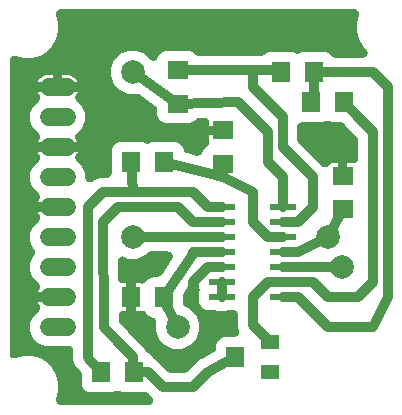
<source format=gbr>
G04 EAGLE Gerber RS-274X export*
G75*
%MOMM*%
%FSLAX34Y34*%
%LPD*%
%INTop Copper*%
%IPPOS*%
%AMOC8*
5,1,8,0,0,1.08239X$1,22.5*%
G01*
%ADD10R,2.200000X0.600000*%
%ADD11C,1.524000*%
%ADD12R,1.600000X1.803000*%
%ADD13R,1.803000X1.600000*%
%ADD14R,1.600000X1.300000*%
%ADD15R,1.600000X1.800000*%
%ADD16R,1.800000X1.600000*%
%ADD17C,0.812800*%
%ADD18C,2.000000*%

G36*
X128002Y10169D02*
X128002Y10169D01*
X128117Y10167D01*
X128285Y10189D01*
X128455Y10201D01*
X128568Y10225D01*
X128682Y10239D01*
X128846Y10284D01*
X129012Y10320D01*
X129120Y10359D01*
X129232Y10390D01*
X129388Y10457D01*
X129547Y10516D01*
X129649Y10570D01*
X129755Y10616D01*
X129900Y10704D01*
X130050Y10784D01*
X130143Y10852D01*
X130241Y10912D01*
X130372Y11020D01*
X130510Y11121D01*
X130592Y11201D01*
X130681Y11274D01*
X130796Y11399D01*
X130918Y11518D01*
X130988Y11609D01*
X131066Y11694D01*
X131163Y11834D01*
X131267Y11969D01*
X131324Y12069D01*
X131389Y12164D01*
X131464Y12316D01*
X131549Y12464D01*
X131591Y12571D01*
X131643Y12674D01*
X131696Y12835D01*
X131759Y12993D01*
X131786Y13106D01*
X131822Y13215D01*
X131853Y13382D01*
X131893Y13547D01*
X131904Y13662D01*
X131925Y13775D01*
X131932Y13945D01*
X131948Y14114D01*
X131943Y14229D01*
X131948Y14345D01*
X131931Y14514D01*
X131924Y14684D01*
X131903Y14797D01*
X131891Y14911D01*
X131851Y15077D01*
X131820Y15244D01*
X131783Y15353D01*
X131756Y15465D01*
X131693Y15623D01*
X131638Y15784D01*
X131587Y15887D01*
X131544Y15994D01*
X131459Y16141D01*
X131383Y16293D01*
X131318Y16388D01*
X131261Y16488D01*
X131187Y16577D01*
X131059Y16762D01*
X130835Y17006D01*
X130760Y17097D01*
X128091Y19766D01*
X128045Y19806D01*
X128004Y19850D01*
X127830Y19992D01*
X127661Y20140D01*
X127610Y20173D01*
X127563Y20211D01*
X127371Y20328D01*
X127182Y20450D01*
X127128Y20475D01*
X127076Y20506D01*
X126870Y20595D01*
X126666Y20690D01*
X126608Y20707D01*
X126552Y20731D01*
X126336Y20789D01*
X126120Y20855D01*
X126060Y20864D01*
X126002Y20880D01*
X125885Y20891D01*
X125557Y20942D01*
X125332Y20945D01*
X125218Y20956D01*
X106203Y20956D01*
X103155Y22219D01*
X103098Y22238D01*
X103043Y22263D01*
X102828Y22328D01*
X102615Y22399D01*
X102555Y22410D01*
X102497Y22428D01*
X102275Y22462D01*
X102054Y22503D01*
X101994Y22505D01*
X101934Y22514D01*
X101709Y22517D01*
X101485Y22527D01*
X101425Y22521D01*
X101364Y22521D01*
X101142Y22493D01*
X100918Y22471D01*
X100859Y22456D01*
X100799Y22448D01*
X100687Y22414D01*
X100364Y22336D01*
X100155Y22252D01*
X100045Y22219D01*
X96997Y20956D01*
X77763Y20956D01*
X74775Y22194D01*
X72489Y24480D01*
X71251Y27468D01*
X71251Y36605D01*
X71237Y36802D01*
X71232Y37000D01*
X71217Y37086D01*
X71211Y37174D01*
X71170Y37367D01*
X71137Y37561D01*
X71111Y37645D01*
X71092Y37731D01*
X71024Y37916D01*
X70965Y38104D01*
X70927Y38183D01*
X70896Y38266D01*
X70803Y38440D01*
X70718Y38618D01*
X70678Y38674D01*
X70628Y38768D01*
X70291Y39228D01*
X70273Y39247D01*
X70263Y39262D01*
X68882Y40860D01*
X68747Y40995D01*
X68680Y41077D01*
X65864Y43893D01*
X64007Y48375D01*
X64007Y56388D01*
X63991Y56617D01*
X63981Y56848D01*
X63971Y56902D01*
X63967Y56956D01*
X63919Y57182D01*
X63877Y57408D01*
X63860Y57460D01*
X63848Y57514D01*
X63769Y57730D01*
X63696Y57948D01*
X63671Y57997D01*
X63652Y58049D01*
X63544Y58252D01*
X63441Y58457D01*
X63410Y58503D01*
X63384Y58551D01*
X63248Y58737D01*
X63117Y58926D01*
X63080Y58967D01*
X63047Y59011D01*
X62887Y59176D01*
X62731Y59345D01*
X62688Y59380D01*
X62650Y59419D01*
X62468Y59560D01*
X62290Y59706D01*
X62242Y59734D01*
X62199Y59768D01*
X61999Y59882D01*
X61802Y60001D01*
X61752Y60023D01*
X61704Y60050D01*
X61490Y60135D01*
X61279Y60226D01*
X61226Y60240D01*
X61175Y60260D01*
X60950Y60315D01*
X60729Y60375D01*
X60685Y60379D01*
X60621Y60395D01*
X60054Y60450D01*
X59988Y60447D01*
X59944Y60451D01*
X40047Y60451D01*
X34259Y62849D01*
X29829Y67279D01*
X27431Y73067D01*
X27431Y79333D01*
X29829Y85121D01*
X34768Y90060D01*
X34897Y90208D01*
X35032Y90351D01*
X35083Y90423D01*
X35142Y90490D01*
X35248Y90655D01*
X35362Y90815D01*
X35403Y90894D01*
X35452Y90968D01*
X35534Y91147D01*
X35625Y91321D01*
X35654Y91405D01*
X35691Y91485D01*
X35748Y91673D01*
X35813Y91858D01*
X35831Y91946D01*
X35857Y92031D01*
X35887Y92225D01*
X35925Y92417D01*
X35930Y92506D01*
X35944Y92594D01*
X35947Y92790D01*
X35958Y92986D01*
X35950Y93075D01*
X35952Y93163D01*
X35927Y93358D01*
X35911Y93554D01*
X35891Y93640D01*
X35880Y93729D01*
X35828Y93918D01*
X35784Y94109D01*
X35753Y94192D01*
X35729Y94278D01*
X35651Y94459D01*
X35581Y94642D01*
X35546Y94702D01*
X35503Y94801D01*
X35207Y95288D01*
X35191Y95307D01*
X35182Y95322D01*
X34490Y96275D01*
X33847Y97537D01*
X50800Y97537D01*
X51029Y97553D01*
X51259Y97563D01*
X51313Y97573D01*
X51368Y97577D01*
X51593Y97625D01*
X51819Y97667D01*
X51872Y97684D01*
X51925Y97696D01*
X52141Y97775D01*
X52360Y97848D01*
X52409Y97873D01*
X52460Y97891D01*
X52663Y98000D01*
X52869Y98103D01*
X52914Y98134D01*
X52963Y98160D01*
X53148Y98296D01*
X53338Y98427D01*
X53378Y98464D01*
X53423Y98497D01*
X53587Y98657D01*
X53757Y98813D01*
X53792Y98856D01*
X53831Y98894D01*
X53972Y99076D01*
X54118Y99254D01*
X54146Y99301D01*
X54180Y99345D01*
X54294Y99545D01*
X54413Y99741D01*
X54435Y99792D01*
X54462Y99840D01*
X54547Y100054D01*
X54637Y100265D01*
X54652Y100318D01*
X54672Y100369D01*
X54726Y100594D01*
X54786Y100815D01*
X54791Y100859D01*
X54806Y100923D01*
X54861Y101490D01*
X54859Y101556D01*
X54863Y101600D01*
X54847Y101830D01*
X54837Y102060D01*
X54827Y102114D01*
X54823Y102169D01*
X54775Y102394D01*
X54733Y102620D01*
X54715Y102672D01*
X54704Y102726D01*
X54625Y102942D01*
X54552Y103160D01*
X54527Y103209D01*
X54508Y103261D01*
X54399Y103464D01*
X54296Y103670D01*
X54265Y103715D01*
X54239Y103763D01*
X54104Y103949D01*
X53973Y104138D01*
X53935Y104179D01*
X53903Y104223D01*
X53743Y104388D01*
X53586Y104557D01*
X53544Y104592D01*
X53505Y104631D01*
X53324Y104772D01*
X53145Y104918D01*
X53098Y104947D01*
X53055Y104980D01*
X52855Y105094D01*
X52658Y105213D01*
X52608Y105235D01*
X52560Y105262D01*
X52345Y105348D01*
X52134Y105438D01*
X52082Y105452D01*
X52030Y105473D01*
X51806Y105527D01*
X51584Y105587D01*
X51540Y105591D01*
X51476Y105607D01*
X50909Y105662D01*
X50844Y105659D01*
X50800Y105663D01*
X33847Y105663D01*
X34490Y106925D01*
X35182Y107878D01*
X35286Y108045D01*
X35397Y108207D01*
X35437Y108286D01*
X35484Y108362D01*
X35564Y108541D01*
X35651Y108717D01*
X35679Y108801D01*
X35715Y108882D01*
X35769Y109071D01*
X35831Y109257D01*
X35847Y109345D01*
X35871Y109430D01*
X35898Y109625D01*
X35933Y109818D01*
X35937Y109907D01*
X35949Y109995D01*
X35948Y110191D01*
X35956Y110387D01*
X35948Y110476D01*
X35947Y110565D01*
X35919Y110759D01*
X35900Y110954D01*
X35878Y111041D01*
X35866Y111129D01*
X35811Y111317D01*
X35764Y111508D01*
X35731Y111590D01*
X35706Y111676D01*
X35625Y111854D01*
X35552Y112037D01*
X35508Y112114D01*
X35472Y112195D01*
X35367Y112361D01*
X35269Y112531D01*
X35225Y112585D01*
X35167Y112676D01*
X34797Y113110D01*
X34779Y113126D01*
X34768Y113140D01*
X29829Y118079D01*
X27431Y123867D01*
X27431Y130133D01*
X29829Y135921D01*
X30735Y136827D01*
X30886Y137001D01*
X31041Y137170D01*
X31072Y137216D01*
X31108Y137257D01*
X31234Y137450D01*
X31364Y137640D01*
X31388Y137689D01*
X31418Y137735D01*
X31515Y137944D01*
X31618Y138150D01*
X31635Y138202D01*
X31658Y138252D01*
X31725Y138473D01*
X31798Y138691D01*
X31807Y138745D01*
X31823Y138797D01*
X31859Y139025D01*
X31900Y139251D01*
X31902Y139306D01*
X31911Y139360D01*
X31914Y139590D01*
X31923Y139821D01*
X31918Y139875D01*
X31918Y139930D01*
X31889Y140158D01*
X31866Y140387D01*
X31853Y140441D01*
X31846Y140495D01*
X31785Y140717D01*
X31731Y140941D01*
X31710Y140992D01*
X31696Y141045D01*
X31605Y141256D01*
X31519Y141470D01*
X31492Y141518D01*
X31470Y141568D01*
X31350Y141764D01*
X31236Y141964D01*
X31207Y141999D01*
X31173Y142054D01*
X30811Y142494D01*
X30763Y142539D01*
X30735Y142573D01*
X29829Y143479D01*
X27431Y149267D01*
X27431Y155533D01*
X29829Y161321D01*
X34768Y166260D01*
X34897Y166408D01*
X35032Y166551D01*
X35083Y166623D01*
X35142Y166690D01*
X35248Y166855D01*
X35362Y167015D01*
X35403Y167094D01*
X35452Y167168D01*
X35534Y167347D01*
X35625Y167521D01*
X35654Y167605D01*
X35691Y167685D01*
X35748Y167873D01*
X35813Y168058D01*
X35831Y168146D01*
X35857Y168231D01*
X35887Y168425D01*
X35925Y168617D01*
X35930Y168706D01*
X35944Y168794D01*
X35947Y168990D01*
X35958Y169186D01*
X35950Y169275D01*
X35952Y169363D01*
X35927Y169558D01*
X35911Y169754D01*
X35891Y169840D01*
X35880Y169929D01*
X35828Y170118D01*
X35784Y170309D01*
X35753Y170392D01*
X35729Y170478D01*
X35651Y170659D01*
X35581Y170842D01*
X35546Y170902D01*
X35503Y171001D01*
X35207Y171488D01*
X35191Y171507D01*
X35182Y171522D01*
X34490Y172475D01*
X33847Y173737D01*
X50800Y173737D01*
X51029Y173753D01*
X51259Y173763D01*
X51313Y173773D01*
X51368Y173777D01*
X51593Y173825D01*
X51819Y173867D01*
X51872Y173884D01*
X51925Y173896D01*
X52141Y173975D01*
X52360Y174048D01*
X52409Y174073D01*
X52460Y174091D01*
X52663Y174200D01*
X52869Y174303D01*
X52914Y174334D01*
X52963Y174360D01*
X53148Y174496D01*
X53338Y174627D01*
X53378Y174664D01*
X53423Y174697D01*
X53587Y174857D01*
X53757Y175013D01*
X53792Y175056D01*
X53831Y175094D01*
X53972Y175276D01*
X54118Y175454D01*
X54146Y175501D01*
X54180Y175545D01*
X54294Y175745D01*
X54413Y175941D01*
X54435Y175992D01*
X54462Y176040D01*
X54547Y176254D01*
X54637Y176465D01*
X54652Y176518D01*
X54672Y176569D01*
X54726Y176794D01*
X54786Y177015D01*
X54791Y177059D01*
X54806Y177123D01*
X54861Y177690D01*
X54859Y177756D01*
X54863Y177800D01*
X54847Y178030D01*
X54837Y178260D01*
X54827Y178314D01*
X54823Y178369D01*
X54775Y178594D01*
X54733Y178820D01*
X54715Y178872D01*
X54704Y178926D01*
X54625Y179142D01*
X54552Y179360D01*
X54527Y179409D01*
X54508Y179461D01*
X54399Y179664D01*
X54296Y179870D01*
X54265Y179915D01*
X54239Y179963D01*
X54104Y180149D01*
X53973Y180338D01*
X53935Y180379D01*
X53903Y180423D01*
X53743Y180588D01*
X53586Y180757D01*
X53544Y180792D01*
X53505Y180831D01*
X53324Y180972D01*
X53145Y181118D01*
X53098Y181147D01*
X53055Y181180D01*
X52855Y181294D01*
X52658Y181413D01*
X52608Y181435D01*
X52560Y181462D01*
X52345Y181548D01*
X52134Y181638D01*
X52082Y181652D01*
X52030Y181673D01*
X51806Y181727D01*
X51584Y181787D01*
X51540Y181791D01*
X51476Y181807D01*
X50909Y181862D01*
X50844Y181859D01*
X50800Y181863D01*
X33847Y181863D01*
X34490Y183125D01*
X35182Y184078D01*
X35286Y184245D01*
X35397Y184407D01*
X35437Y184486D01*
X35484Y184562D01*
X35564Y184741D01*
X35651Y184917D01*
X35679Y185001D01*
X35715Y185082D01*
X35769Y185271D01*
X35831Y185457D01*
X35847Y185545D01*
X35871Y185630D01*
X35898Y185825D01*
X35933Y186018D01*
X35937Y186107D01*
X35949Y186195D01*
X35948Y186391D01*
X35956Y186587D01*
X35948Y186676D01*
X35947Y186765D01*
X35919Y186959D01*
X35900Y187154D01*
X35878Y187241D01*
X35866Y187329D01*
X35811Y187517D01*
X35764Y187708D01*
X35731Y187790D01*
X35706Y187876D01*
X35625Y188054D01*
X35552Y188237D01*
X35508Y188314D01*
X35472Y188395D01*
X35367Y188561D01*
X35269Y188731D01*
X35225Y188785D01*
X35167Y188876D01*
X34797Y189310D01*
X34779Y189326D01*
X34768Y189340D01*
X29829Y194279D01*
X27431Y200067D01*
X27431Y206333D01*
X29829Y212121D01*
X34768Y217060D01*
X34897Y217208D01*
X35032Y217351D01*
X35083Y217423D01*
X35142Y217490D01*
X35248Y217655D01*
X35362Y217815D01*
X35403Y217894D01*
X35452Y217968D01*
X35534Y218147D01*
X35625Y218321D01*
X35654Y218405D01*
X35691Y218485D01*
X35748Y218673D01*
X35813Y218858D01*
X35831Y218946D01*
X35857Y219031D01*
X35887Y219225D01*
X35925Y219417D01*
X35930Y219506D01*
X35944Y219594D01*
X35947Y219790D01*
X35958Y219986D01*
X35950Y220075D01*
X35952Y220163D01*
X35927Y220358D01*
X35911Y220554D01*
X35891Y220640D01*
X35880Y220729D01*
X35828Y220918D01*
X35784Y221109D01*
X35753Y221192D01*
X35729Y221278D01*
X35651Y221459D01*
X35581Y221642D01*
X35546Y221702D01*
X35503Y221801D01*
X35207Y222288D01*
X35191Y222307D01*
X35182Y222322D01*
X34490Y223275D01*
X33847Y224537D01*
X50800Y224537D01*
X67753Y224537D01*
X67110Y223275D01*
X66418Y222322D01*
X66314Y222155D01*
X66203Y221993D01*
X66163Y221914D01*
X66116Y221838D01*
X66036Y221659D01*
X65949Y221483D01*
X65921Y221399D01*
X65885Y221318D01*
X65831Y221129D01*
X65769Y220943D01*
X65753Y220855D01*
X65729Y220770D01*
X65702Y220575D01*
X65667Y220382D01*
X65663Y220293D01*
X65651Y220205D01*
X65652Y220009D01*
X65644Y219813D01*
X65652Y219724D01*
X65653Y219635D01*
X65681Y219441D01*
X65700Y219246D01*
X65722Y219159D01*
X65734Y219071D01*
X65789Y218883D01*
X65836Y218692D01*
X65869Y218610D01*
X65894Y218524D01*
X65975Y218346D01*
X66048Y218163D01*
X66092Y218086D01*
X66128Y218005D01*
X66233Y217839D01*
X66331Y217669D01*
X66375Y217615D01*
X66433Y217524D01*
X66803Y217090D01*
X66821Y217074D01*
X66832Y217060D01*
X71771Y212121D01*
X74169Y206333D01*
X74169Y202821D01*
X74177Y202706D01*
X74175Y202591D01*
X74197Y202423D01*
X74209Y202253D01*
X74233Y202140D01*
X74247Y202026D01*
X74292Y201862D01*
X74328Y201696D01*
X74367Y201588D01*
X74398Y201476D01*
X74465Y201321D01*
X74524Y201161D01*
X74578Y201059D01*
X74624Y200953D01*
X74712Y200808D01*
X74792Y200658D01*
X74860Y200565D01*
X74920Y200467D01*
X75028Y200336D01*
X75129Y200198D01*
X75209Y200116D01*
X75282Y200027D01*
X75407Y199912D01*
X75526Y199790D01*
X75617Y199720D01*
X75702Y199642D01*
X75843Y199545D01*
X75977Y199441D01*
X76077Y199384D01*
X76172Y199319D01*
X76324Y199243D01*
X76472Y199159D01*
X76579Y199117D01*
X76682Y199065D01*
X76843Y199012D01*
X77001Y198949D01*
X77114Y198922D01*
X77223Y198886D01*
X77390Y198855D01*
X77555Y198815D01*
X77670Y198804D01*
X77783Y198783D01*
X77953Y198776D01*
X78122Y198760D01*
X78237Y198765D01*
X78353Y198760D01*
X78522Y198777D01*
X78692Y198784D01*
X78805Y198805D01*
X78920Y198817D01*
X79085Y198857D01*
X79252Y198888D01*
X79361Y198925D01*
X79473Y198952D01*
X79631Y199015D01*
X79792Y199070D01*
X79895Y199121D01*
X80002Y199164D01*
X80149Y199248D01*
X80301Y199325D01*
X80396Y199390D01*
X80496Y199448D01*
X80585Y199521D01*
X80770Y199649D01*
X81014Y199874D01*
X81105Y199948D01*
X81993Y200836D01*
X86475Y202693D01*
X92588Y202693D01*
X92817Y202709D01*
X93048Y202719D01*
X93102Y202729D01*
X93156Y202733D01*
X93382Y202781D01*
X93608Y202823D01*
X93660Y202840D01*
X93714Y202852D01*
X93930Y202931D01*
X94148Y203004D01*
X94197Y203029D01*
X94249Y203048D01*
X94452Y203156D01*
X94657Y203259D01*
X94703Y203290D01*
X94751Y203316D01*
X94937Y203452D01*
X95126Y203583D01*
X95167Y203620D01*
X95211Y203653D01*
X95376Y203813D01*
X95545Y203969D01*
X95580Y204012D01*
X95619Y204050D01*
X95760Y204232D01*
X95906Y204410D01*
X95934Y204458D01*
X95968Y204501D01*
X96082Y204701D01*
X96201Y204898D01*
X96223Y204948D01*
X96250Y204996D01*
X96335Y205210D01*
X96426Y205421D01*
X96440Y205474D01*
X96460Y205525D01*
X96515Y205750D01*
X96575Y205971D01*
X96579Y206015D01*
X96595Y206079D01*
X96650Y206646D01*
X96647Y206712D01*
X96651Y206756D01*
X96651Y226532D01*
X97889Y229520D01*
X100175Y231806D01*
X103163Y233044D01*
X122397Y233044D01*
X125445Y231781D01*
X125502Y231762D01*
X125557Y231737D01*
X125772Y231672D01*
X125985Y231601D01*
X126045Y231590D01*
X126103Y231572D01*
X126325Y231538D01*
X126546Y231497D01*
X126606Y231495D01*
X126666Y231486D01*
X126891Y231483D01*
X127115Y231473D01*
X127175Y231479D01*
X127236Y231479D01*
X127458Y231507D01*
X127682Y231529D01*
X127741Y231544D01*
X127801Y231552D01*
X127913Y231586D01*
X128236Y231664D01*
X128445Y231748D01*
X128555Y231781D01*
X131603Y233044D01*
X150837Y233044D01*
X153825Y231806D01*
X156111Y229520D01*
X156734Y228017D01*
X156734Y228016D01*
X157592Y225946D01*
X157619Y225891D01*
X157640Y225834D01*
X157746Y225637D01*
X157846Y225436D01*
X157881Y225386D01*
X157909Y225332D01*
X158042Y225152D01*
X158169Y224967D01*
X158210Y224922D01*
X158246Y224873D01*
X158403Y224712D01*
X158555Y224547D01*
X158602Y224509D01*
X158644Y224465D01*
X158822Y224328D01*
X158996Y224186D01*
X159047Y224154D01*
X159095Y224117D01*
X159291Y224006D01*
X159482Y223890D01*
X159538Y223866D01*
X159591Y223836D01*
X159701Y223795D01*
X160006Y223665D01*
X160223Y223605D01*
X160332Y223566D01*
X168521Y221455D01*
X168747Y221414D01*
X168972Y221366D01*
X169027Y221362D01*
X169082Y221352D01*
X169311Y221343D01*
X169541Y221327D01*
X169596Y221331D01*
X169651Y221328D01*
X169880Y221351D01*
X170109Y221367D01*
X170163Y221379D01*
X170218Y221384D01*
X170442Y221439D01*
X170666Y221487D01*
X170718Y221506D01*
X170772Y221519D01*
X170986Y221605D01*
X171201Y221684D01*
X171249Y221710D01*
X171301Y221730D01*
X171501Y221845D01*
X171703Y221953D01*
X171747Y221986D01*
X171795Y222013D01*
X171977Y222154D01*
X172162Y222290D01*
X172202Y222329D01*
X172246Y222363D01*
X172406Y222528D01*
X172570Y222688D01*
X172604Y222732D01*
X172642Y222772D01*
X172778Y222957D01*
X172918Y223139D01*
X172939Y223179D01*
X172978Y223232D01*
X173246Y223735D01*
X173268Y223796D01*
X173289Y223835D01*
X174594Y226985D01*
X176893Y229284D01*
X177039Y229367D01*
X177190Y229443D01*
X177286Y229509D01*
X177387Y229567D01*
X177520Y229670D01*
X177659Y229766D01*
X177745Y229845D01*
X177837Y229916D01*
X177954Y230037D01*
X178079Y230152D01*
X178153Y230242D01*
X178234Y230325D01*
X178333Y230462D01*
X178440Y230592D01*
X178501Y230692D01*
X178569Y230786D01*
X178648Y230935D01*
X178736Y231079D01*
X178782Y231186D01*
X178837Y231289D01*
X178894Y231447D01*
X178961Y231602D01*
X178992Y231715D01*
X179032Y231824D01*
X179067Y231990D01*
X179111Y232152D01*
X179125Y232268D01*
X179150Y232382D01*
X179161Y232550D01*
X179182Y232717D01*
X179180Y232834D01*
X179188Y232950D01*
X179177Y233064D01*
X179174Y233287D01*
X179122Y233619D01*
X179110Y233735D01*
X178944Y234570D01*
X178944Y238757D01*
X190500Y238757D01*
X190729Y238773D01*
X190959Y238783D01*
X191013Y238793D01*
X191068Y238797D01*
X191293Y238845D01*
X191519Y238887D01*
X191572Y238904D01*
X191625Y238916D01*
X191841Y238995D01*
X192060Y239068D01*
X192109Y239093D01*
X192160Y239111D01*
X192363Y239220D01*
X192569Y239323D01*
X192614Y239354D01*
X192663Y239380D01*
X192848Y239516D01*
X193038Y239647D01*
X193078Y239684D01*
X193123Y239717D01*
X193287Y239877D01*
X193457Y240033D01*
X193492Y240076D01*
X193531Y240114D01*
X193672Y240296D01*
X193818Y240474D01*
X193846Y240521D01*
X193880Y240565D01*
X193994Y240765D01*
X194113Y240961D01*
X194135Y241012D01*
X194162Y241060D01*
X194247Y241274D01*
X194337Y241485D01*
X194352Y241538D01*
X194372Y241589D01*
X194426Y241814D01*
X194486Y242035D01*
X194491Y242079D01*
X194506Y242143D01*
X194561Y242710D01*
X194559Y242776D01*
X194563Y242820D01*
X194547Y243050D01*
X194537Y243280D01*
X194527Y243334D01*
X194523Y243389D01*
X194475Y243614D01*
X194433Y243840D01*
X194415Y243892D01*
X194404Y243946D01*
X194325Y244162D01*
X194252Y244380D01*
X194227Y244429D01*
X194208Y244481D01*
X194099Y244684D01*
X193996Y244890D01*
X193965Y244935D01*
X193939Y244983D01*
X193804Y245169D01*
X193673Y245358D01*
X193635Y245399D01*
X193603Y245443D01*
X193443Y245608D01*
X193286Y245777D01*
X193244Y245812D01*
X193205Y245851D01*
X193024Y245992D01*
X192845Y246138D01*
X192798Y246167D01*
X192755Y246200D01*
X192555Y246314D01*
X192358Y246433D01*
X192308Y246455D01*
X192260Y246482D01*
X192045Y246568D01*
X191834Y246658D01*
X191782Y246672D01*
X191730Y246693D01*
X191506Y246747D01*
X191284Y246807D01*
X191240Y246811D01*
X191176Y246827D01*
X190609Y246882D01*
X190544Y246879D01*
X190500Y246883D01*
X178944Y246883D01*
X178944Y249589D01*
X178944Y249595D01*
X178944Y249601D01*
X178924Y249872D01*
X178904Y250158D01*
X178903Y250164D01*
X178903Y250170D01*
X178844Y250442D01*
X178785Y250715D01*
X178783Y250720D01*
X178782Y250726D01*
X178686Y250987D01*
X178589Y251250D01*
X178587Y251256D01*
X178585Y251261D01*
X178455Y251502D01*
X178321Y251753D01*
X178317Y251757D01*
X178314Y251763D01*
X178149Y251987D01*
X177984Y252212D01*
X177980Y252217D01*
X177977Y252221D01*
X177781Y252421D01*
X177587Y252621D01*
X177582Y252624D01*
X177578Y252629D01*
X177354Y252800D01*
X177136Y252969D01*
X177131Y252972D01*
X177126Y252976D01*
X176885Y253113D01*
X176641Y253252D01*
X176636Y253254D01*
X176631Y253257D01*
X176375Y253357D01*
X176112Y253462D01*
X176106Y253463D01*
X176100Y253465D01*
X175832Y253530D01*
X175558Y253596D01*
X175552Y253597D01*
X175546Y253598D01*
X175520Y253600D01*
X174991Y253651D01*
X174847Y253645D01*
X174759Y253651D01*
X170828Y253533D01*
X170827Y253533D01*
X170536Y253504D01*
X170261Y253476D01*
X170260Y253476D01*
X170013Y253416D01*
X169708Y253341D01*
X169707Y253341D01*
X169484Y253251D01*
X169179Y253129D01*
X169178Y253129D01*
X168939Y252992D01*
X168685Y252846D01*
X168684Y252845D01*
X168234Y252495D01*
X168140Y252398D01*
X168076Y252345D01*
X166020Y250289D01*
X163032Y249051D01*
X141768Y249051D01*
X138780Y250289D01*
X136494Y252575D01*
X135256Y255563D01*
X135256Y260260D01*
X135248Y260381D01*
X135249Y260502D01*
X135228Y260664D01*
X135216Y260828D01*
X135191Y260947D01*
X135175Y261067D01*
X135132Y261225D01*
X135097Y261385D01*
X135056Y261499D01*
X135023Y261616D01*
X134958Y261766D01*
X134901Y261920D01*
X134844Y262027D01*
X134796Y262138D01*
X134710Y262278D01*
X134633Y262423D01*
X134561Y262521D01*
X134498Y262624D01*
X134393Y262750D01*
X134296Y262883D01*
X134212Y262970D01*
X134134Y263063D01*
X134049Y263137D01*
X133899Y263291D01*
X133625Y263503D01*
X133538Y263578D01*
X119882Y273227D01*
X119672Y273354D01*
X119396Y273521D01*
X119396Y273522D01*
X119395Y273522D01*
X119102Y273647D01*
X118872Y273746D01*
X118871Y273746D01*
X118552Y273833D01*
X118322Y273895D01*
X118321Y273895D01*
X117756Y273965D01*
X117621Y273963D01*
X117538Y273971D01*
X110694Y273971D01*
X104031Y276731D01*
X98931Y281831D01*
X96171Y288494D01*
X96171Y295706D01*
X98931Y302369D01*
X104031Y307469D01*
X110694Y310229D01*
X117906Y310229D01*
X124569Y307469D01*
X129066Y302972D01*
X129196Y302859D01*
X129320Y302739D01*
X129411Y302672D01*
X129496Y302599D01*
X129641Y302505D01*
X129780Y302403D01*
X129879Y302350D01*
X129974Y302289D01*
X130131Y302216D01*
X130283Y302135D01*
X130389Y302096D01*
X130491Y302049D01*
X130656Y301999D01*
X130818Y301940D01*
X130928Y301916D01*
X131036Y301884D01*
X131207Y301857D01*
X131376Y301821D01*
X131488Y301814D01*
X131599Y301796D01*
X131772Y301794D01*
X131944Y301782D01*
X132056Y301790D01*
X132169Y301789D01*
X132340Y301811D01*
X132512Y301823D01*
X132622Y301847D01*
X132734Y301861D01*
X132901Y301906D01*
X133070Y301943D01*
X133175Y301981D01*
X133284Y302011D01*
X133443Y302080D01*
X133604Y302139D01*
X133703Y302192D01*
X133807Y302237D01*
X133954Y302327D01*
X134106Y302409D01*
X134197Y302475D01*
X134293Y302534D01*
X134427Y302644D01*
X134566Y302746D01*
X134646Y302824D01*
X134733Y302896D01*
X134850Y303023D01*
X134974Y303144D01*
X135043Y303233D01*
X135118Y303316D01*
X135216Y303458D01*
X135322Y303595D01*
X135362Y303670D01*
X135441Y303785D01*
X135687Y304280D01*
X135693Y304291D01*
X135695Y304295D01*
X135695Y304296D01*
X136494Y306225D01*
X138780Y308511D01*
X141768Y309749D01*
X163032Y309749D01*
X166020Y308511D01*
X167528Y307003D01*
X167574Y306963D01*
X167614Y306919D01*
X167788Y306777D01*
X167958Y306629D01*
X168009Y306596D01*
X168055Y306558D01*
X168248Y306441D01*
X168436Y306319D01*
X168491Y306294D01*
X168543Y306263D01*
X168749Y306174D01*
X168953Y306079D01*
X169011Y306062D01*
X169066Y306038D01*
X169283Y305980D01*
X169498Y305914D01*
X169558Y305905D01*
X169616Y305889D01*
X169733Y305878D01*
X170061Y305827D01*
X170286Y305824D01*
X170401Y305813D01*
X223299Y305813D01*
X223359Y305817D01*
X223419Y305815D01*
X223643Y305837D01*
X223867Y305853D01*
X223926Y305865D01*
X223986Y305871D01*
X224205Y305925D01*
X224425Y305972D01*
X224481Y305992D01*
X224540Y306007D01*
X224749Y306090D01*
X224960Y306168D01*
X225013Y306196D01*
X225069Y306218D01*
X225264Y306330D01*
X225462Y306436D01*
X225511Y306472D01*
X225563Y306502D01*
X225654Y306577D01*
X225922Y306773D01*
X226083Y306930D01*
X226172Y307003D01*
X227175Y308006D01*
X230163Y309244D01*
X249397Y309244D01*
X252445Y307981D01*
X252502Y307962D01*
X252557Y307937D01*
X252772Y307872D01*
X252985Y307801D01*
X253045Y307790D01*
X253103Y307772D01*
X253325Y307738D01*
X253546Y307697D01*
X253606Y307695D01*
X253666Y307686D01*
X253891Y307683D01*
X254115Y307673D01*
X254175Y307679D01*
X254236Y307679D01*
X254458Y307707D01*
X254682Y307729D01*
X254741Y307744D01*
X254801Y307752D01*
X254913Y307786D01*
X255236Y307864D01*
X255445Y307948D01*
X255555Y307981D01*
X258603Y309244D01*
X277837Y309244D01*
X280825Y308006D01*
X283348Y305483D01*
X283394Y305443D01*
X283434Y305399D01*
X283608Y305257D01*
X283778Y305109D01*
X283829Y305076D01*
X283875Y305038D01*
X284068Y304921D01*
X284256Y304799D01*
X284311Y304774D01*
X284363Y304743D01*
X284569Y304654D01*
X284773Y304559D01*
X284831Y304542D01*
X284886Y304518D01*
X285103Y304460D01*
X285318Y304394D01*
X285378Y304385D01*
X285436Y304369D01*
X285553Y304358D01*
X285881Y304307D01*
X286106Y304304D01*
X286221Y304293D01*
X309301Y304293D01*
X309416Y304301D01*
X309531Y304299D01*
X309700Y304321D01*
X309869Y304333D01*
X309982Y304357D01*
X310096Y304371D01*
X310260Y304416D01*
X310426Y304452D01*
X310535Y304491D01*
X310646Y304522D01*
X310802Y304589D01*
X310962Y304648D01*
X311063Y304702D01*
X311169Y304748D01*
X311314Y304836D01*
X311464Y304916D01*
X311557Y304984D01*
X311655Y305044D01*
X311787Y305152D01*
X311924Y305253D01*
X312006Y305333D01*
X312095Y305406D01*
X312210Y305532D01*
X312332Y305650D01*
X312403Y305741D01*
X312481Y305826D01*
X312577Y305966D01*
X312681Y306101D01*
X312738Y306201D01*
X312803Y306296D01*
X312879Y306448D01*
X312963Y306596D01*
X313006Y306703D01*
X313057Y306806D01*
X313110Y306967D01*
X313173Y307125D01*
X313200Y307238D01*
X313237Y307347D01*
X313267Y307514D01*
X313307Y307679D01*
X313319Y307794D01*
X313339Y307907D01*
X313346Y308077D01*
X313363Y308246D01*
X313358Y308361D01*
X313362Y308477D01*
X313345Y308646D01*
X313338Y308816D01*
X313317Y308929D01*
X313306Y309044D01*
X313265Y309209D01*
X313234Y309376D01*
X313197Y309485D01*
X313170Y309597D01*
X313107Y309755D01*
X313053Y309916D01*
X313001Y310019D01*
X312958Y310126D01*
X312874Y310273D01*
X312798Y310425D01*
X312732Y310520D01*
X312675Y310620D01*
X312602Y310709D01*
X312474Y310894D01*
X312249Y311138D01*
X312174Y311229D01*
X309266Y314137D01*
X305822Y320102D01*
X304039Y326756D01*
X304039Y333644D01*
X305802Y340224D01*
X305839Y340412D01*
X305884Y340599D01*
X305893Y340692D01*
X305911Y340784D01*
X305921Y340975D01*
X305939Y341166D01*
X305935Y341260D01*
X305940Y341353D01*
X305923Y341544D01*
X305915Y341736D01*
X305898Y341827D01*
X305890Y341920D01*
X305846Y342107D01*
X305811Y342296D01*
X305781Y342384D01*
X305760Y342475D01*
X305691Y342654D01*
X305630Y342836D01*
X305588Y342919D01*
X305554Y343006D01*
X305460Y343174D01*
X305374Y343345D01*
X305321Y343422D01*
X305276Y343504D01*
X305160Y343656D01*
X305051Y343814D01*
X304987Y343883D01*
X304931Y343957D01*
X304794Y344092D01*
X304664Y344233D01*
X304592Y344292D01*
X304526Y344358D01*
X304372Y344472D01*
X304223Y344594D01*
X304143Y344642D01*
X304069Y344698D01*
X303900Y344790D01*
X303736Y344889D01*
X303650Y344926D01*
X303568Y344971D01*
X303389Y345038D01*
X303212Y345114D01*
X303122Y345138D01*
X303035Y345171D01*
X302847Y345213D01*
X302662Y345263D01*
X302590Y345270D01*
X302479Y345295D01*
X301911Y345339D01*
X301891Y345338D01*
X301878Y345339D01*
X53722Y345339D01*
X53531Y345326D01*
X53339Y345321D01*
X53247Y345306D01*
X53154Y345299D01*
X52966Y345259D01*
X52777Y345228D01*
X52688Y345200D01*
X52597Y345180D01*
X52416Y345114D01*
X52234Y345057D01*
X52150Y345017D01*
X52062Y344984D01*
X51892Y344894D01*
X51719Y344811D01*
X51642Y344760D01*
X51559Y344716D01*
X51404Y344602D01*
X51244Y344496D01*
X51175Y344434D01*
X51099Y344379D01*
X50962Y344245D01*
X50818Y344118D01*
X50758Y344047D01*
X50691Y343982D01*
X50573Y343830D01*
X50449Y343684D01*
X50399Y343605D01*
X50342Y343531D01*
X50247Y343365D01*
X50145Y343202D01*
X50106Y343117D01*
X50060Y343036D01*
X49989Y342858D01*
X49910Y342683D01*
X49884Y342593D01*
X49850Y342507D01*
X49805Y342320D01*
X49751Y342136D01*
X49738Y342044D01*
X49716Y341953D01*
X49697Y341762D01*
X49670Y341572D01*
X49670Y341479D01*
X49661Y341386D01*
X49669Y341194D01*
X49668Y341002D01*
X49680Y340931D01*
X49685Y340816D01*
X49789Y340256D01*
X49795Y340238D01*
X49798Y340224D01*
X51561Y333644D01*
X51561Y326756D01*
X49778Y320102D01*
X46334Y314137D01*
X41463Y309266D01*
X35498Y305822D01*
X28844Y304039D01*
X21956Y304039D01*
X15276Y305829D01*
X15088Y305866D01*
X14901Y305911D01*
X14808Y305920D01*
X14716Y305938D01*
X14525Y305948D01*
X14334Y305966D01*
X14240Y305962D01*
X14147Y305967D01*
X13956Y305950D01*
X13764Y305942D01*
X13673Y305925D01*
X13580Y305916D01*
X13393Y305873D01*
X13204Y305838D01*
X13116Y305808D01*
X13025Y305787D01*
X12846Y305717D01*
X12664Y305656D01*
X12581Y305615D01*
X12494Y305581D01*
X12326Y305487D01*
X12155Y305401D01*
X12078Y305348D01*
X11996Y305303D01*
X11844Y305187D01*
X11686Y305077D01*
X11617Y305014D01*
X11543Y304958D01*
X11408Y304821D01*
X11267Y304691D01*
X11208Y304619D01*
X11142Y304553D01*
X11028Y304399D01*
X10906Y304250D01*
X10858Y304170D01*
X10802Y304095D01*
X10710Y303927D01*
X10611Y303763D01*
X10574Y303677D01*
X10529Y303595D01*
X10462Y303415D01*
X10386Y303239D01*
X10362Y303149D01*
X10329Y303062D01*
X10287Y302874D01*
X10237Y302689D01*
X10230Y302617D01*
X10205Y302505D01*
X10161Y301937D01*
X10162Y301918D01*
X10161Y301904D01*
X10161Y53696D01*
X10174Y53504D01*
X10179Y53312D01*
X10194Y53220D01*
X10201Y53127D01*
X10241Y52939D01*
X10272Y52750D01*
X10300Y52661D01*
X10320Y52570D01*
X10386Y52390D01*
X10443Y52207D01*
X10483Y52123D01*
X10516Y52035D01*
X10606Y51865D01*
X10689Y51693D01*
X10740Y51615D01*
X10784Y51532D01*
X10898Y51378D01*
X11004Y51218D01*
X11066Y51148D01*
X11121Y51073D01*
X11255Y50935D01*
X11382Y50792D01*
X11453Y50731D01*
X11518Y50664D01*
X11670Y50547D01*
X11816Y50423D01*
X11895Y50373D01*
X11969Y50316D01*
X12135Y50221D01*
X12298Y50118D01*
X12383Y50080D01*
X12464Y50033D01*
X12642Y49963D01*
X12817Y49884D01*
X12907Y49858D01*
X12993Y49823D01*
X13180Y49778D01*
X13364Y49724D01*
X13456Y49711D01*
X13547Y49689D01*
X13738Y49670D01*
X13928Y49643D01*
X14021Y49643D01*
X14114Y49634D01*
X14306Y49642D01*
X14498Y49642D01*
X14569Y49653D01*
X14684Y49658D01*
X15244Y49762D01*
X15262Y49769D01*
X15276Y49771D01*
X21956Y51561D01*
X28844Y51561D01*
X35498Y49778D01*
X41463Y46334D01*
X46334Y41463D01*
X49778Y35498D01*
X51561Y28844D01*
X51561Y21956D01*
X49771Y15276D01*
X49734Y15088D01*
X49689Y14901D01*
X49680Y14808D01*
X49662Y14716D01*
X49652Y14525D01*
X49634Y14334D01*
X49638Y14240D01*
X49633Y14147D01*
X49650Y13956D01*
X49658Y13764D01*
X49675Y13673D01*
X49684Y13580D01*
X49727Y13393D01*
X49762Y13204D01*
X49792Y13116D01*
X49813Y13025D01*
X49883Y12846D01*
X49944Y12664D01*
X49985Y12581D01*
X50019Y12494D01*
X50113Y12326D01*
X50199Y12155D01*
X50252Y12078D01*
X50297Y11996D01*
X50413Y11844D01*
X50523Y11686D01*
X50586Y11617D01*
X50642Y11543D01*
X50779Y11408D01*
X50909Y11267D01*
X50981Y11208D01*
X51047Y11142D01*
X51201Y11028D01*
X51350Y10906D01*
X51430Y10858D01*
X51505Y10802D01*
X51673Y10710D01*
X51837Y10611D01*
X51923Y10574D01*
X52005Y10529D01*
X52185Y10462D01*
X52361Y10386D01*
X52451Y10362D01*
X52538Y10329D01*
X52726Y10287D01*
X52911Y10237D01*
X52983Y10230D01*
X53095Y10205D01*
X53663Y10161D01*
X53682Y10162D01*
X53696Y10161D01*
X127887Y10161D01*
X128002Y10169D01*
G37*
G36*
X158427Y37597D02*
X158427Y37597D01*
X158487Y37595D01*
X158710Y37617D01*
X158935Y37633D01*
X158994Y37645D01*
X159054Y37651D01*
X159272Y37705D01*
X159492Y37752D01*
X159549Y37772D01*
X159607Y37787D01*
X159816Y37870D01*
X160027Y37948D01*
X160080Y37976D01*
X160136Y37998D01*
X160331Y38110D01*
X160530Y38216D01*
X160578Y38252D01*
X160631Y38282D01*
X160722Y38357D01*
X160989Y38553D01*
X161151Y38710D01*
X161240Y38783D01*
X168598Y46141D01*
X168787Y46359D01*
X168873Y46445D01*
X169886Y47688D01*
X169919Y47705D01*
X170086Y47811D01*
X170258Y47909D01*
X170311Y47953D01*
X170401Y48010D01*
X170835Y48379D01*
X170853Y48398D01*
X170867Y48410D01*
X170893Y48436D01*
X172375Y49050D01*
X172633Y49179D01*
X172746Y49226D01*
X183133Y54816D01*
X183203Y54860D01*
X183277Y54897D01*
X183444Y55013D01*
X183615Y55121D01*
X183678Y55174D01*
X183746Y55221D01*
X183895Y55359D01*
X184049Y55490D01*
X184104Y55551D01*
X184165Y55608D01*
X184294Y55765D01*
X184428Y55916D01*
X184473Y55984D01*
X184526Y56049D01*
X184631Y56222D01*
X184743Y56390D01*
X184778Y56465D01*
X184821Y56536D01*
X184901Y56722D01*
X184988Y56905D01*
X185013Y56983D01*
X185046Y57060D01*
X185099Y57255D01*
X185160Y57448D01*
X185173Y57530D01*
X185195Y57610D01*
X185207Y57731D01*
X185253Y58010D01*
X185260Y58274D01*
X185271Y58394D01*
X185271Y61417D01*
X186509Y64405D01*
X188795Y66691D01*
X191783Y67929D01*
X200710Y67929D01*
X200883Y67941D01*
X201055Y67943D01*
X201166Y67961D01*
X201279Y67969D01*
X201448Y68005D01*
X201618Y68031D01*
X201726Y68064D01*
X201836Y68088D01*
X201998Y68147D01*
X202163Y68197D01*
X202265Y68245D01*
X202371Y68284D01*
X202524Y68365D01*
X202680Y68438D01*
X202774Y68499D01*
X202874Y68552D01*
X203013Y68654D01*
X203158Y68748D01*
X203243Y68822D01*
X203333Y68889D01*
X203457Y69009D01*
X203587Y69123D01*
X203661Y69208D01*
X203742Y69286D01*
X203847Y69423D01*
X203961Y69553D01*
X204022Y69648D01*
X204090Y69737D01*
X204176Y69887D01*
X204270Y70032D01*
X204317Y70134D01*
X204373Y70232D01*
X204436Y70393D01*
X204509Y70549D01*
X204541Y70657D01*
X204583Y70761D01*
X204624Y70929D01*
X204673Y71095D01*
X204690Y71206D01*
X204717Y71315D01*
X204734Y71487D01*
X204760Y71658D01*
X204761Y71770D01*
X204772Y71882D01*
X204765Y72055D01*
X204767Y72228D01*
X204752Y72339D01*
X204748Y72452D01*
X204716Y72622D01*
X204694Y72793D01*
X204669Y72874D01*
X204644Y73012D01*
X204468Y73535D01*
X204464Y73547D01*
X203707Y75375D01*
X203707Y86408D01*
X203691Y86637D01*
X203681Y86868D01*
X203671Y86922D01*
X203667Y86976D01*
X203619Y87202D01*
X203577Y87428D01*
X203560Y87480D01*
X203548Y87534D01*
X203469Y87750D01*
X203396Y87968D01*
X203371Y88017D01*
X203352Y88069D01*
X203244Y88272D01*
X203141Y88477D01*
X203110Y88523D01*
X203084Y88571D01*
X202948Y88757D01*
X202817Y88946D01*
X202780Y88987D01*
X202747Y89031D01*
X202587Y89196D01*
X202431Y89365D01*
X202388Y89400D01*
X202350Y89439D01*
X202168Y89580D01*
X201990Y89726D01*
X201942Y89754D01*
X201899Y89788D01*
X201699Y89902D01*
X201502Y90021D01*
X201452Y90043D01*
X201404Y90070D01*
X201190Y90155D01*
X200979Y90246D01*
X200926Y90260D01*
X200875Y90280D01*
X200650Y90335D01*
X200429Y90395D01*
X200385Y90399D01*
X200321Y90415D01*
X199754Y90470D01*
X199688Y90467D01*
X199644Y90471D01*
X195702Y90471D01*
X195584Y90463D01*
X195467Y90464D01*
X195301Y90443D01*
X195134Y90431D01*
X195019Y90407D01*
X194902Y90392D01*
X194792Y90358D01*
X194577Y90312D01*
X194259Y90196D01*
X194147Y90162D01*
X192325Y89407D01*
X187475Y89407D01*
X185653Y90162D01*
X185541Y90199D01*
X185432Y90246D01*
X185271Y90290D01*
X185112Y90343D01*
X184996Y90364D01*
X184882Y90395D01*
X184769Y90406D01*
X184552Y90446D01*
X184214Y90460D01*
X184098Y90471D01*
X177283Y90471D01*
X174295Y91709D01*
X172009Y93995D01*
X170771Y96983D01*
X170771Y106217D01*
X170845Y106395D01*
X170864Y106453D01*
X170890Y106507D01*
X170954Y106722D01*
X171026Y106935D01*
X171037Y106995D01*
X171054Y107053D01*
X171088Y107275D01*
X171129Y107496D01*
X171131Y107556D01*
X171141Y107616D01*
X171143Y107841D01*
X171153Y108065D01*
X171147Y108125D01*
X171148Y108186D01*
X171119Y108408D01*
X171097Y108632D01*
X171082Y108691D01*
X171075Y108751D01*
X171040Y108863D01*
X170962Y109186D01*
X170879Y109395D01*
X170845Y109505D01*
X170771Y109683D01*
X170771Y111184D01*
X170754Y111431D01*
X170741Y111678D01*
X170734Y111715D01*
X170731Y111752D01*
X170680Y111994D01*
X170632Y112237D01*
X170620Y112273D01*
X170612Y112309D01*
X170527Y112542D01*
X170446Y112776D01*
X170429Y112809D01*
X170416Y112844D01*
X170299Y113064D01*
X170187Y113283D01*
X170165Y113314D01*
X170148Y113347D01*
X170002Y113546D01*
X169859Y113749D01*
X169833Y113777D01*
X169811Y113807D01*
X169639Y113984D01*
X169469Y114165D01*
X169440Y114188D01*
X169414Y114215D01*
X169218Y114367D01*
X169025Y114522D01*
X168993Y114541D01*
X168963Y114564D01*
X168748Y114686D01*
X168535Y114813D01*
X168501Y114827D01*
X168468Y114846D01*
X168237Y114938D01*
X168010Y115033D01*
X167974Y115042D01*
X167939Y115056D01*
X167697Y115115D01*
X167459Y115177D01*
X167421Y115181D01*
X167385Y115190D01*
X167138Y115214D01*
X166893Y115243D01*
X166855Y115242D01*
X166818Y115246D01*
X166570Y115235D01*
X166323Y115229D01*
X166286Y115223D01*
X166248Y115221D01*
X166005Y115176D01*
X165761Y115135D01*
X165725Y115124D01*
X165688Y115117D01*
X165453Y115038D01*
X165217Y114964D01*
X165184Y114948D01*
X165148Y114936D01*
X164927Y114825D01*
X164703Y114718D01*
X164672Y114697D01*
X164639Y114681D01*
X164435Y114540D01*
X164229Y114403D01*
X164201Y114378D01*
X164170Y114357D01*
X163988Y114189D01*
X163803Y114024D01*
X163784Y114000D01*
X163751Y113970D01*
X163390Y113529D01*
X163345Y113455D01*
X163309Y113410D01*
X157793Y104987D01*
X157689Y104801D01*
X157579Y104619D01*
X157550Y104553D01*
X157515Y104490D01*
X157438Y104291D01*
X157354Y104096D01*
X157335Y104026D01*
X157309Y103958D01*
X157261Y103751D01*
X157205Y103546D01*
X157200Y103488D01*
X157180Y103403D01*
X157129Y102836D01*
X157132Y102791D01*
X157129Y102761D01*
X157129Y96579D01*
X157129Y96576D01*
X157129Y96573D01*
X157149Y96296D01*
X157169Y96010D01*
X157169Y96008D01*
X157169Y96005D01*
X157229Y95728D01*
X157288Y95453D01*
X157289Y95451D01*
X157289Y95448D01*
X157384Y95191D01*
X157484Y94918D01*
X157485Y94915D01*
X157486Y94913D01*
X157611Y94679D01*
X157752Y94416D01*
X157754Y94413D01*
X157755Y94411D01*
X157923Y94183D01*
X158089Y93956D01*
X158091Y93954D01*
X158092Y93952D01*
X158293Y93746D01*
X158486Y93547D01*
X158488Y93546D01*
X158490Y93544D01*
X158731Y93358D01*
X158937Y93199D01*
X158939Y93197D01*
X158941Y93196D01*
X158954Y93189D01*
X159432Y92916D01*
X159562Y92865D01*
X159637Y92825D01*
X162669Y91569D01*
X167769Y86469D01*
X170529Y79806D01*
X170529Y72594D01*
X167769Y65931D01*
X162669Y60831D01*
X156006Y58071D01*
X148794Y58071D01*
X142131Y60831D01*
X137031Y65931D01*
X134271Y72594D01*
X134271Y80560D01*
X134271Y80563D01*
X134271Y80565D01*
X134251Y80843D01*
X134231Y81128D01*
X134231Y81131D01*
X134231Y81134D01*
X134171Y81408D01*
X134112Y81686D01*
X134111Y81688D01*
X134111Y81691D01*
X134018Y81942D01*
X133916Y82221D01*
X133915Y82223D01*
X133914Y82226D01*
X133794Y82450D01*
X133648Y82723D01*
X133646Y82725D01*
X133645Y82728D01*
X133480Y82952D01*
X133311Y83183D01*
X133309Y83185D01*
X133308Y83187D01*
X133107Y83393D01*
X132914Y83591D01*
X132912Y83593D01*
X132910Y83595D01*
X132683Y83770D01*
X132463Y83940D01*
X132461Y83941D01*
X132459Y83943D01*
X132447Y83949D01*
X131968Y84222D01*
X131838Y84274D01*
X131763Y84314D01*
X128395Y85709D01*
X126066Y88038D01*
X126046Y88073D01*
X125971Y88224D01*
X125905Y88320D01*
X125847Y88421D01*
X125743Y88554D01*
X125648Y88693D01*
X125569Y88779D01*
X125497Y88871D01*
X125376Y88989D01*
X125262Y89113D01*
X125172Y89187D01*
X125088Y89268D01*
X124952Y89367D01*
X124821Y89474D01*
X124722Y89535D01*
X124628Y89603D01*
X124479Y89682D01*
X124335Y89770D01*
X124228Y89816D01*
X124125Y89871D01*
X123966Y89929D01*
X123811Y89995D01*
X123699Y90026D01*
X123589Y90066D01*
X123424Y90101D01*
X123261Y90145D01*
X123146Y90160D01*
X123032Y90184D01*
X122863Y90195D01*
X122696Y90216D01*
X122580Y90215D01*
X122463Y90223D01*
X122349Y90211D01*
X122126Y90208D01*
X121795Y90156D01*
X121679Y90144D01*
X121250Y90059D01*
X117063Y90059D01*
X117063Y101600D01*
X117063Y113141D01*
X121250Y113141D01*
X121678Y113056D01*
X121794Y113041D01*
X121908Y113017D01*
X122076Y113005D01*
X122244Y112984D01*
X122360Y112985D01*
X122477Y112977D01*
X122645Y112989D01*
X122813Y112992D01*
X122929Y113010D01*
X123045Y113018D01*
X123210Y113054D01*
X123376Y113080D01*
X123488Y113113D01*
X123602Y113138D01*
X123760Y113196D01*
X123922Y113245D01*
X124027Y113294D01*
X124137Y113335D01*
X124286Y113414D01*
X124438Y113485D01*
X124536Y113549D01*
X124639Y113604D01*
X124775Y113704D01*
X124916Y113795D01*
X125005Y113872D01*
X125099Y113941D01*
X125219Y114059D01*
X125346Y114169D01*
X125423Y114258D01*
X125506Y114339D01*
X125609Y114472D01*
X125720Y114600D01*
X125783Y114698D01*
X125854Y114790D01*
X125908Y114891D01*
X126029Y115078D01*
X126070Y115165D01*
X128395Y117491D01*
X131383Y118729D01*
X135447Y118729D01*
X135639Y118742D01*
X135832Y118747D01*
X135923Y118762D01*
X136015Y118769D01*
X136204Y118809D01*
X136394Y118841D01*
X136482Y118868D01*
X136572Y118888D01*
X136753Y118954D01*
X136937Y119012D01*
X137020Y119052D01*
X137107Y119084D01*
X137278Y119175D01*
X137451Y119258D01*
X137528Y119309D01*
X137610Y119352D01*
X137765Y119466D01*
X137926Y119573D01*
X137995Y119634D01*
X138070Y119689D01*
X138208Y119823D01*
X138352Y119951D01*
X138397Y120007D01*
X138478Y120086D01*
X138827Y120537D01*
X138837Y120555D01*
X138846Y120566D01*
X147590Y133918D01*
X147720Y134151D01*
X147853Y134384D01*
X147860Y134400D01*
X147868Y134415D01*
X147964Y134663D01*
X148063Y134913D01*
X148067Y134930D01*
X148074Y134947D01*
X148134Y135208D01*
X148197Y135467D01*
X148199Y135485D01*
X148203Y135502D01*
X148227Y135767D01*
X148253Y136034D01*
X148252Y136052D01*
X148253Y136069D01*
X148240Y136335D01*
X148228Y136604D01*
X148225Y136621D01*
X148224Y136638D01*
X148173Y136901D01*
X148124Y137164D01*
X148119Y137180D01*
X148115Y137197D01*
X148028Y137451D01*
X147943Y137704D01*
X147935Y137720D01*
X147929Y137736D01*
X147807Y137974D01*
X147688Y138213D01*
X147678Y138228D01*
X147670Y138243D01*
X147516Y138462D01*
X147364Y138682D01*
X147352Y138695D01*
X147342Y138709D01*
X147160Y138904D01*
X146978Y139101D01*
X146964Y139112D01*
X146952Y139125D01*
X146745Y139292D01*
X146536Y139462D01*
X146521Y139471D01*
X146508Y139482D01*
X146278Y139619D01*
X146049Y139757D01*
X146033Y139764D01*
X146018Y139773D01*
X145770Y139877D01*
X145526Y139982D01*
X145509Y139986D01*
X145493Y139993D01*
X145233Y140061D01*
X144976Y140131D01*
X144961Y140132D01*
X144941Y140137D01*
X144375Y140203D01*
X144262Y140200D01*
X144191Y140207D01*
X129428Y140207D01*
X129368Y140203D01*
X129308Y140205D01*
X129084Y140183D01*
X128860Y140167D01*
X128801Y140155D01*
X128741Y140149D01*
X128522Y140095D01*
X128303Y140048D01*
X128246Y140028D01*
X128187Y140013D01*
X127979Y139930D01*
X127768Y139852D01*
X127714Y139824D01*
X127658Y139802D01*
X127463Y139690D01*
X127265Y139584D01*
X127216Y139548D01*
X127164Y139518D01*
X127073Y139443D01*
X126805Y139247D01*
X126644Y139090D01*
X126555Y139017D01*
X124569Y137031D01*
X117906Y134271D01*
X110694Y134271D01*
X107280Y135685D01*
X107084Y135751D01*
X106890Y135824D01*
X106814Y135841D01*
X106740Y135866D01*
X106536Y135903D01*
X106334Y135949D01*
X106256Y135955D01*
X106180Y135969D01*
X105973Y135978D01*
X105766Y135994D01*
X105688Y135990D01*
X105610Y135993D01*
X105404Y135972D01*
X105197Y135960D01*
X105121Y135945D01*
X105043Y135937D01*
X104842Y135888D01*
X104639Y135846D01*
X104565Y135820D01*
X104490Y135802D01*
X104297Y135725D01*
X104102Y135656D01*
X104033Y135620D01*
X103960Y135591D01*
X103780Y135488D01*
X103597Y135392D01*
X103533Y135347D01*
X103466Y135308D01*
X103302Y135181D01*
X103133Y135060D01*
X103077Y135007D01*
X103016Y134959D01*
X102871Y134810D01*
X102721Y134667D01*
X102673Y134606D01*
X102619Y134550D01*
X102497Y134383D01*
X102368Y134220D01*
X102329Y134153D01*
X102283Y134090D01*
X102186Y133907D01*
X102081Y133728D01*
X102051Y133656D01*
X102015Y133587D01*
X101944Y133392D01*
X101865Y133200D01*
X101846Y133125D01*
X101820Y133052D01*
X101777Y132849D01*
X101726Y132648D01*
X101721Y132586D01*
X101701Y132494D01*
X101662Y131926D01*
X101665Y131888D01*
X101663Y131862D01*
X101915Y117135D01*
X101932Y116940D01*
X101940Y116744D01*
X101956Y116656D01*
X101964Y116567D01*
X102008Y116376D01*
X102044Y116184D01*
X102073Y116099D01*
X102093Y116012D01*
X102163Y115830D01*
X102225Y115644D01*
X102266Y115564D01*
X102298Y115480D01*
X102393Y115309D01*
X102480Y115135D01*
X102531Y115061D01*
X102575Y114982D01*
X102693Y114827D01*
X102804Y114666D01*
X102865Y114600D01*
X102919Y114528D01*
X103058Y114391D01*
X103191Y114247D01*
X103260Y114190D01*
X103324Y114127D01*
X103480Y114010D01*
X103632Y113886D01*
X103708Y113840D01*
X103780Y113786D01*
X103952Y113692D01*
X104119Y113591D01*
X104201Y113555D01*
X104280Y113512D01*
X104463Y113443D01*
X104643Y113366D01*
X104729Y113343D01*
X104813Y113311D01*
X105004Y113268D01*
X105193Y113217D01*
X105262Y113210D01*
X105369Y113187D01*
X105937Y113141D01*
X105961Y113142D01*
X105977Y113141D01*
X108937Y113141D01*
X108937Y101600D01*
X108937Y90059D01*
X106511Y90059D01*
X106246Y90041D01*
X105982Y90025D01*
X105963Y90021D01*
X105942Y90019D01*
X105683Y89964D01*
X105424Y89911D01*
X105405Y89904D01*
X105385Y89900D01*
X105137Y89809D01*
X104887Y89721D01*
X104869Y89711D01*
X104850Y89704D01*
X104616Y89579D01*
X104382Y89457D01*
X104366Y89445D01*
X104348Y89436D01*
X104134Y89279D01*
X103919Y89125D01*
X103904Y89111D01*
X103888Y89099D01*
X103698Y88915D01*
X103507Y88732D01*
X103494Y88716D01*
X103480Y88702D01*
X103317Y88492D01*
X103153Y88285D01*
X103143Y88267D01*
X103131Y88251D01*
X102999Y88020D01*
X102866Y87792D01*
X102859Y87774D01*
X102849Y87756D01*
X102751Y87509D01*
X102651Y87265D01*
X102646Y87245D01*
X102638Y87227D01*
X102576Y86968D01*
X102511Y86712D01*
X102510Y86696D01*
X102504Y86673D01*
X102449Y86106D01*
X102454Y85996D01*
X102448Y85927D01*
X102509Y82385D01*
X102525Y82204D01*
X102531Y82023D01*
X102549Y81921D01*
X102558Y81817D01*
X102599Y81641D01*
X102631Y81462D01*
X102664Y81363D01*
X102687Y81262D01*
X102752Y81093D01*
X102809Y80921D01*
X102855Y80828D01*
X102892Y80731D01*
X102980Y80572D01*
X103060Y80409D01*
X103107Y80345D01*
X103169Y80233D01*
X103514Y79779D01*
X103518Y79774D01*
X103522Y79770D01*
X110410Y71945D01*
X110526Y71830D01*
X110587Y71756D01*
X122236Y60107D01*
X122281Y60068D01*
X122320Y60026D01*
X122486Y59890D01*
X122521Y59860D01*
X122598Y59786D01*
X123743Y58886D01*
X123834Y58723D01*
X123923Y58588D01*
X124003Y58448D01*
X124062Y58377D01*
X124148Y58247D01*
X124468Y57883D01*
X124504Y57839D01*
X124636Y57707D01*
X125058Y56689D01*
X125085Y56635D01*
X125106Y56578D01*
X125212Y56380D01*
X125312Y56179D01*
X125347Y56129D01*
X125375Y56076D01*
X125508Y55895D01*
X125636Y55710D01*
X125677Y55665D01*
X125712Y55617D01*
X125869Y55456D01*
X126021Y55290D01*
X126068Y55252D01*
X126110Y55209D01*
X126288Y55072D01*
X126462Y54929D01*
X126514Y54897D01*
X126561Y54861D01*
X126665Y54805D01*
X126949Y54633D01*
X127155Y54544D01*
X127257Y54490D01*
X128425Y54006D01*
X130711Y51720D01*
X131047Y50909D01*
X131074Y50855D01*
X131095Y50798D01*
X131201Y50601D01*
X131301Y50399D01*
X131336Y50349D01*
X131364Y50296D01*
X131497Y50115D01*
X131624Y49930D01*
X131665Y49886D01*
X131701Y49837D01*
X131858Y49676D01*
X132010Y49511D01*
X132057Y49473D01*
X132099Y49429D01*
X132277Y49292D01*
X132451Y49149D01*
X132502Y49118D01*
X132550Y49081D01*
X132654Y49026D01*
X132938Y48853D01*
X133144Y48764D01*
X133246Y48710D01*
X133907Y48436D01*
X143560Y38783D01*
X143606Y38743D01*
X143647Y38699D01*
X143821Y38557D01*
X143990Y38409D01*
X144041Y38376D01*
X144088Y38338D01*
X144280Y38221D01*
X144469Y38099D01*
X144523Y38074D01*
X144575Y38043D01*
X144781Y37954D01*
X144986Y37859D01*
X145043Y37842D01*
X145099Y37818D01*
X145316Y37760D01*
X145531Y37694D01*
X145591Y37685D01*
X145649Y37669D01*
X145766Y37658D01*
X146094Y37607D01*
X146319Y37604D01*
X146433Y37593D01*
X158367Y37593D01*
X158427Y37597D01*
G37*
G36*
X292330Y200453D02*
X292330Y200453D01*
X292560Y200463D01*
X292614Y200473D01*
X292669Y200477D01*
X292894Y200525D01*
X293120Y200567D01*
X293172Y200585D01*
X293226Y200596D01*
X293442Y200675D01*
X293660Y200748D01*
X293709Y200773D01*
X293761Y200792D01*
X293964Y200901D01*
X294170Y201004D01*
X294215Y201035D01*
X294263Y201061D01*
X294449Y201196D01*
X294638Y201327D01*
X294679Y201365D01*
X294723Y201397D01*
X294888Y201557D01*
X295057Y201714D01*
X295092Y201756D01*
X295131Y201795D01*
X295272Y201976D01*
X295418Y202155D01*
X295447Y202202D01*
X295480Y202245D01*
X295594Y202445D01*
X295713Y202642D01*
X295735Y202692D01*
X295762Y202740D01*
X295848Y202955D01*
X295938Y203166D01*
X295952Y203218D01*
X295973Y203270D01*
X296027Y203494D01*
X296087Y203716D01*
X296091Y203760D01*
X296107Y203824D01*
X296162Y204391D01*
X296159Y204456D01*
X296163Y204500D01*
X296163Y215041D01*
X301244Y215041D01*
X301473Y215057D01*
X301704Y215067D01*
X301758Y215077D01*
X301812Y215081D01*
X302038Y215129D01*
X302264Y215171D01*
X302316Y215188D01*
X302370Y215200D01*
X302586Y215279D01*
X302804Y215352D01*
X302853Y215377D01*
X302905Y215396D01*
X303108Y215504D01*
X303313Y215607D01*
X303359Y215638D01*
X303407Y215664D01*
X303593Y215800D01*
X303782Y215931D01*
X303823Y215968D01*
X303867Y216001D01*
X304032Y216161D01*
X304201Y216317D01*
X304236Y216360D01*
X304275Y216398D01*
X304416Y216580D01*
X304562Y216758D01*
X304590Y216806D01*
X304624Y216849D01*
X304738Y217049D01*
X304857Y217246D01*
X304879Y217296D01*
X304906Y217344D01*
X304991Y217558D01*
X305082Y217769D01*
X305096Y217822D01*
X305116Y217873D01*
X305171Y218098D01*
X305231Y218319D01*
X305235Y218363D01*
X305251Y218427D01*
X305306Y218994D01*
X305303Y219060D01*
X305307Y219104D01*
X305307Y234567D01*
X305303Y234627D01*
X305305Y234687D01*
X305283Y234910D01*
X305267Y235135D01*
X305255Y235194D01*
X305249Y235254D01*
X305195Y235472D01*
X305148Y235692D01*
X305128Y235749D01*
X305113Y235807D01*
X305030Y236016D01*
X304952Y236227D01*
X304924Y236280D01*
X304902Y236336D01*
X304790Y236531D01*
X304684Y236730D01*
X304648Y236778D01*
X304618Y236831D01*
X304543Y236922D01*
X304347Y237189D01*
X304190Y237351D01*
X304117Y237440D01*
X298087Y243470D01*
X297880Y243650D01*
X297675Y243830D01*
X297667Y243835D01*
X297657Y243843D01*
X297285Y244085D01*
X295990Y245555D01*
X295874Y245670D01*
X295813Y245744D01*
X294421Y247136D01*
X294325Y247330D01*
X294320Y247338D01*
X294314Y247350D01*
X293991Y247819D01*
X293909Y247908D01*
X293864Y247970D01*
X293681Y248178D01*
X293546Y248311D01*
X293418Y248450D01*
X293344Y248511D01*
X293276Y248578D01*
X293124Y248691D01*
X292977Y248811D01*
X292895Y248861D01*
X292818Y248918D01*
X292652Y249008D01*
X292490Y249106D01*
X292402Y249144D01*
X292317Y249190D01*
X292140Y249256D01*
X291966Y249331D01*
X291874Y249356D01*
X291784Y249389D01*
X291599Y249430D01*
X291416Y249480D01*
X291342Y249487D01*
X291227Y249512D01*
X290659Y249556D01*
X290643Y249555D01*
X290631Y249556D01*
X284003Y249556D01*
X280955Y250819D01*
X280898Y250838D01*
X280843Y250863D01*
X280628Y250928D01*
X280415Y250999D01*
X280355Y251010D01*
X280297Y251028D01*
X280075Y251062D01*
X279854Y251103D01*
X279794Y251105D01*
X279734Y251114D01*
X279509Y251117D01*
X279285Y251127D01*
X279225Y251121D01*
X279164Y251121D01*
X278942Y251093D01*
X278718Y251071D01*
X278659Y251056D01*
X278599Y251048D01*
X278487Y251014D01*
X278164Y250936D01*
X277955Y250852D01*
X277845Y250819D01*
X274797Y249556D01*
X257556Y249556D01*
X257327Y249540D01*
X257096Y249530D01*
X257042Y249520D01*
X256988Y249516D01*
X256762Y249468D01*
X256536Y249426D01*
X256484Y249409D01*
X256430Y249397D01*
X256214Y249318D01*
X255996Y249245D01*
X255947Y249220D01*
X255895Y249201D01*
X255692Y249093D01*
X255487Y248990D01*
X255441Y248959D01*
X255393Y248933D01*
X255207Y248797D01*
X255018Y248666D01*
X254977Y248629D01*
X254933Y248596D01*
X254768Y248436D01*
X254599Y248280D01*
X254564Y248237D01*
X254525Y248199D01*
X254384Y248017D01*
X254238Y247839D01*
X254210Y247791D01*
X254176Y247748D01*
X254062Y247548D01*
X253943Y247351D01*
X253921Y247301D01*
X253894Y247253D01*
X253809Y247039D01*
X253718Y246828D01*
X253704Y246775D01*
X253684Y246724D01*
X253629Y246499D01*
X253569Y246278D01*
X253565Y246234D01*
X253549Y246170D01*
X253494Y245603D01*
X253497Y245537D01*
X253493Y245493D01*
X253493Y235333D01*
X253497Y235273D01*
X253495Y235213D01*
X253517Y234989D01*
X253533Y234765D01*
X253545Y234706D01*
X253551Y234646D01*
X253605Y234428D01*
X253652Y234208D01*
X253672Y234151D01*
X253687Y234093D01*
X253770Y233884D01*
X253848Y233673D01*
X253876Y233620D01*
X253898Y233564D01*
X254010Y233369D01*
X254116Y233170D01*
X254152Y233122D01*
X254182Y233069D01*
X254257Y232978D01*
X254453Y232711D01*
X254610Y232549D01*
X254683Y232460D01*
X274380Y212763D01*
X274425Y212724D01*
X274464Y212681D01*
X274639Y212538D01*
X274810Y212390D01*
X274860Y212357D01*
X274905Y212320D01*
X275098Y212203D01*
X275288Y212080D01*
X275342Y212055D01*
X275392Y212024D01*
X275600Y211935D01*
X275805Y211840D01*
X275862Y211823D01*
X275916Y211799D01*
X276134Y211740D01*
X276350Y211675D01*
X276409Y211666D01*
X276466Y211650D01*
X276690Y211622D01*
X276914Y211587D01*
X276972Y211587D01*
X277031Y211579D01*
X277258Y211583D01*
X277483Y211580D01*
X277542Y211587D01*
X277601Y211588D01*
X277824Y211623D01*
X278048Y211652D01*
X278105Y211667D01*
X278164Y211676D01*
X278380Y211742D01*
X278598Y211802D01*
X278652Y211826D01*
X278709Y211843D01*
X278913Y211938D01*
X279121Y212028D01*
X279172Y212059D01*
X279225Y212084D01*
X279414Y212207D01*
X279608Y212325D01*
X279653Y212362D01*
X279703Y212394D01*
X279873Y212543D01*
X280048Y212687D01*
X280087Y212730D01*
X280132Y212769D01*
X280206Y212860D01*
X280433Y213107D01*
X280559Y213290D01*
X280632Y213379D01*
X281127Y214120D01*
X281480Y214473D01*
X281897Y214752D01*
X282359Y214943D01*
X282850Y215041D01*
X288037Y215041D01*
X288037Y204500D01*
X288053Y204271D01*
X288063Y204041D01*
X288073Y203987D01*
X288077Y203932D01*
X288125Y203707D01*
X288167Y203481D01*
X288184Y203428D01*
X288196Y203375D01*
X288275Y203159D01*
X288348Y202940D01*
X288373Y202891D01*
X288391Y202840D01*
X288500Y202637D01*
X288603Y202431D01*
X288634Y202386D01*
X288660Y202337D01*
X288796Y202152D01*
X288927Y201962D01*
X288964Y201922D01*
X288997Y201877D01*
X289157Y201713D01*
X289313Y201543D01*
X289356Y201508D01*
X289394Y201469D01*
X289576Y201328D01*
X289754Y201182D01*
X289801Y201154D01*
X289845Y201120D01*
X290045Y201006D01*
X290241Y200887D01*
X290292Y200865D01*
X290340Y200838D01*
X290554Y200753D01*
X290765Y200663D01*
X290818Y200648D01*
X290869Y200628D01*
X291094Y200574D01*
X291315Y200514D01*
X291359Y200509D01*
X291423Y200494D01*
X291990Y200439D01*
X292056Y200441D01*
X292100Y200437D01*
X292330Y200453D01*
G37*
%LPC*%
G36*
X50800Y232663D02*
X50800Y232663D01*
X33847Y232663D01*
X34490Y233925D01*
X35182Y234878D01*
X35286Y235045D01*
X35397Y235207D01*
X35437Y235286D01*
X35484Y235362D01*
X35564Y235541D01*
X35651Y235717D01*
X35679Y235801D01*
X35715Y235882D01*
X35769Y236071D01*
X35831Y236257D01*
X35847Y236345D01*
X35871Y236430D01*
X35898Y236625D01*
X35933Y236818D01*
X35937Y236907D01*
X35949Y236995D01*
X35948Y237191D01*
X35956Y237387D01*
X35948Y237476D01*
X35947Y237565D01*
X35919Y237759D01*
X35900Y237954D01*
X35878Y238041D01*
X35866Y238129D01*
X35811Y238317D01*
X35764Y238508D01*
X35731Y238590D01*
X35706Y238676D01*
X35625Y238854D01*
X35552Y239037D01*
X35508Y239114D01*
X35472Y239195D01*
X35367Y239361D01*
X35269Y239531D01*
X35225Y239585D01*
X35167Y239676D01*
X34797Y240110D01*
X34779Y240126D01*
X34768Y240140D01*
X29829Y245079D01*
X27431Y250867D01*
X27431Y257133D01*
X29829Y262921D01*
X34768Y267860D01*
X34897Y268008D01*
X35032Y268151D01*
X35083Y268223D01*
X35142Y268290D01*
X35248Y268455D01*
X35362Y268615D01*
X35403Y268694D01*
X35452Y268768D01*
X35534Y268947D01*
X35625Y269121D01*
X35654Y269205D01*
X35691Y269285D01*
X35748Y269473D01*
X35813Y269658D01*
X35831Y269746D01*
X35857Y269831D01*
X35887Y270025D01*
X35925Y270217D01*
X35930Y270306D01*
X35944Y270394D01*
X35947Y270590D01*
X35958Y270786D01*
X35950Y270875D01*
X35952Y270963D01*
X35927Y271158D01*
X35911Y271354D01*
X35891Y271440D01*
X35880Y271529D01*
X35828Y271718D01*
X35784Y271909D01*
X35753Y271992D01*
X35729Y272078D01*
X35651Y272259D01*
X35581Y272442D01*
X35546Y272502D01*
X35503Y272601D01*
X35207Y273088D01*
X35191Y273107D01*
X35182Y273122D01*
X34490Y274075D01*
X33847Y275337D01*
X50800Y275337D01*
X67753Y275337D01*
X67110Y274075D01*
X66418Y273122D01*
X66314Y272955D01*
X66203Y272793D01*
X66163Y272714D01*
X66116Y272638D01*
X66036Y272459D01*
X65949Y272283D01*
X65921Y272199D01*
X65885Y272118D01*
X65831Y271929D01*
X65769Y271743D01*
X65753Y271655D01*
X65729Y271570D01*
X65702Y271375D01*
X65667Y271182D01*
X65663Y271093D01*
X65651Y271005D01*
X65652Y270809D01*
X65644Y270613D01*
X65652Y270524D01*
X65653Y270435D01*
X65681Y270241D01*
X65700Y270046D01*
X65722Y269959D01*
X65734Y269871D01*
X65789Y269683D01*
X65836Y269492D01*
X65869Y269410D01*
X65894Y269324D01*
X65975Y269146D01*
X66048Y268963D01*
X66092Y268886D01*
X66128Y268805D01*
X66233Y268639D01*
X66331Y268469D01*
X66375Y268415D01*
X66433Y268324D01*
X66803Y267890D01*
X66821Y267874D01*
X66832Y267860D01*
X71771Y262921D01*
X74169Y257133D01*
X74169Y250867D01*
X71771Y245079D01*
X66832Y240140D01*
X66703Y239992D01*
X66568Y239849D01*
X66517Y239777D01*
X66458Y239710D01*
X66352Y239545D01*
X66238Y239385D01*
X66197Y239306D01*
X66148Y239232D01*
X66066Y239053D01*
X65975Y238879D01*
X65946Y238795D01*
X65909Y238715D01*
X65852Y238527D01*
X65787Y238342D01*
X65769Y238254D01*
X65743Y238169D01*
X65713Y237975D01*
X65675Y237783D01*
X65670Y237694D01*
X65656Y237606D01*
X65653Y237410D01*
X65642Y237214D01*
X65650Y237125D01*
X65648Y237037D01*
X65673Y236842D01*
X65689Y236646D01*
X65709Y236560D01*
X65720Y236471D01*
X65772Y236282D01*
X65816Y236091D01*
X65847Y236008D01*
X65871Y235922D01*
X65949Y235741D01*
X66019Y235558D01*
X66054Y235498D01*
X66097Y235399D01*
X66393Y234912D01*
X66409Y234893D01*
X66418Y234878D01*
X67110Y233925D01*
X67753Y232663D01*
X50800Y232663D01*
X50800Y232663D01*
G37*
%LPD*%
%LPC*%
G36*
X54863Y283463D02*
X54863Y283463D01*
X54863Y289561D01*
X59220Y289561D01*
X60799Y289311D01*
X62320Y288816D01*
X63745Y288090D01*
X65039Y287150D01*
X66170Y286019D01*
X67110Y284725D01*
X67753Y283463D01*
X54863Y283463D01*
G37*
%LPD*%
%LPC*%
G36*
X33847Y283463D02*
X33847Y283463D01*
X34490Y284725D01*
X35430Y286019D01*
X36561Y287150D01*
X37855Y288090D01*
X39280Y288816D01*
X40801Y289311D01*
X42380Y289561D01*
X46737Y289561D01*
X46737Y283463D01*
X33847Y283463D01*
G37*
%LPD*%
D10*
X241900Y114300D03*
X189900Y114300D03*
X241900Y101600D03*
X241900Y127000D03*
X241900Y139700D03*
X189900Y101600D03*
X189900Y127000D03*
X189900Y139700D03*
X241900Y165100D03*
X189900Y165100D03*
X241900Y152400D03*
X241900Y177800D03*
X189900Y152400D03*
X189900Y177800D03*
D11*
X58420Y76200D02*
X43180Y76200D01*
X43180Y101600D02*
X58420Y101600D01*
X58420Y127000D02*
X43180Y127000D01*
X43180Y152400D02*
X58420Y152400D01*
X58420Y177800D02*
X43180Y177800D01*
X43180Y203200D02*
X58420Y203200D01*
X58420Y228600D02*
X43180Y228600D01*
X43180Y254000D02*
X58420Y254000D01*
X58420Y279400D02*
X43180Y279400D01*
D12*
X265180Y266700D03*
X293620Y266700D03*
D13*
X190500Y242820D03*
X190500Y214380D03*
D12*
X239780Y292100D03*
X268220Y292100D03*
D13*
X152400Y265180D03*
X152400Y293620D03*
D12*
X87380Y38100D03*
X115820Y38100D03*
X141220Y215900D03*
X112780Y215900D03*
D14*
X230400Y38300D03*
X230400Y63300D03*
D15*
X201400Y50800D03*
D16*
X292100Y176500D03*
X292100Y204500D03*
D15*
X141000Y101600D03*
X113000Y101600D03*
D17*
X241900Y139700D02*
X254000Y139700D01*
X279400Y152400D01*
D18*
X279400Y152400D03*
D17*
X292100Y176500D01*
D18*
X152400Y76200D03*
D17*
X177800Y139700D02*
X189900Y139700D01*
X139700Y100300D02*
X152400Y76200D01*
X139700Y100300D02*
X141000Y101600D01*
X165100Y139700D02*
X189900Y139700D01*
X165100Y139700D02*
X165100Y138400D01*
X141000Y101600D01*
D18*
X101600Y330200D03*
X292100Y228600D03*
X127000Y127000D03*
D17*
X177800Y127000D02*
X189900Y127000D01*
X177800Y127000D02*
X165100Y114300D01*
X165100Y101600D01*
X87380Y38100D02*
X77720Y49280D01*
X76200Y50800D01*
X76200Y177800D01*
X88900Y190500D01*
X114300Y190500D01*
X165100Y190500D01*
X177800Y177800D01*
X189900Y177800D01*
X114300Y190500D02*
X112780Y215900D01*
X141220Y215900D02*
X190500Y203200D01*
X215900Y190500D01*
X215900Y165100D01*
X228600Y152400D01*
X241900Y152400D01*
X190500Y203200D02*
X190500Y214380D01*
D18*
X114300Y152400D03*
D17*
X189900Y152400D01*
X152400Y265180D02*
X114300Y292100D01*
D18*
X114300Y292100D03*
D17*
X152400Y265180D02*
X203200Y266700D01*
X228600Y241300D01*
X228600Y215900D01*
X241300Y203200D01*
X241900Y177800D01*
D18*
X291699Y127401D03*
D17*
X241900Y127000D01*
X241900Y101600D02*
X254000Y101600D01*
X279400Y76200D01*
X317500Y76200D01*
X330200Y101600D01*
X330200Y279400D01*
X317500Y292100D01*
X268220Y292100D01*
X268220Y269740D01*
X265180Y266700D01*
X241300Y228600D02*
X266700Y203200D01*
X266700Y177800D01*
X254000Y165100D01*
X241900Y165100D01*
X214380Y293620D02*
X152400Y293620D01*
X214380Y293620D02*
X215900Y292100D01*
X215900Y279400D01*
X241300Y254000D01*
X241300Y228600D01*
X238260Y293620D02*
X214380Y293620D01*
X238260Y293620D02*
X239780Y292100D01*
X101600Y177800D02*
X88900Y165100D01*
X101600Y177800D02*
X152400Y177800D01*
X165100Y165100D01*
X189900Y165100D01*
X88900Y165100D02*
X90420Y76200D01*
X114300Y50800D02*
X115820Y38100D01*
X114300Y50800D02*
X101600Y63500D01*
X90420Y76200D01*
X177800Y38100D02*
X201400Y50800D01*
X177800Y38100D02*
X165100Y25400D01*
X139700Y25400D01*
X127000Y38100D01*
X115820Y38100D01*
X215900Y101600D02*
X228600Y114300D01*
X241900Y114300D01*
X317500Y114300D02*
X317500Y241300D01*
X304800Y254000D01*
X293620Y266700D01*
X266700Y114300D02*
X241900Y114300D01*
X266700Y114300D02*
X279400Y101600D01*
X304800Y101600D01*
X317500Y114300D01*
X215900Y101600D02*
X215900Y77800D01*
X230400Y63300D01*
X189900Y101600D02*
X189900Y114300D01*
M02*

</source>
